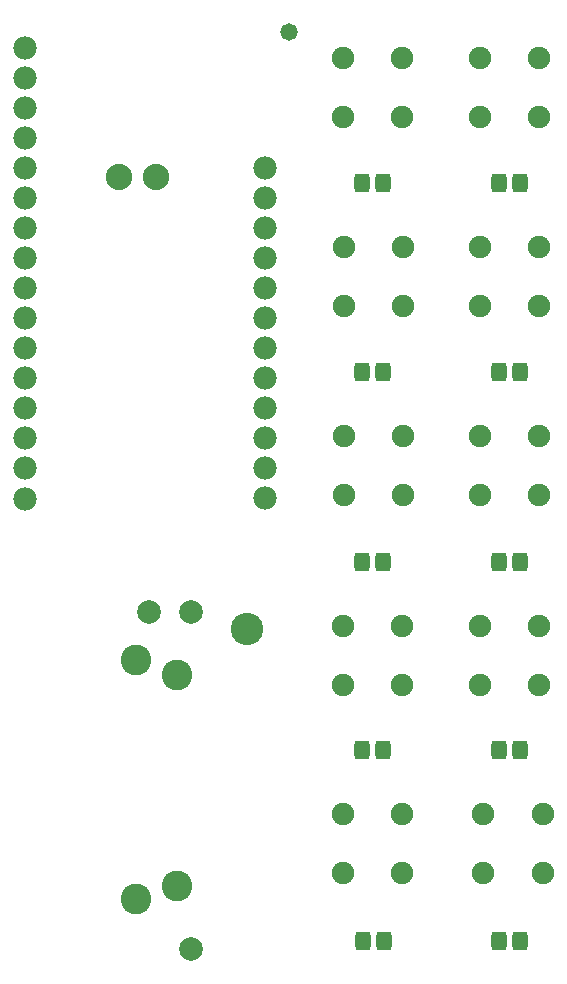
<source format=gts>
G04*
G04 #@! TF.GenerationSoftware,Altium Limited,Altium Designer,19.1.8 (144)*
G04*
G04 Layer_Color=8388736*
%FSLAX25Y25*%
%MOIN*%
G70*
G01*
G75*
G04:AMPARAMS|DCode=15|XSize=63mil|YSize=51mil|CornerRadius=11.96mil|HoleSize=0mil|Usage=FLASHONLY|Rotation=270.000|XOffset=0mil|YOffset=0mil|HoleType=Round|Shape=RoundedRectangle|*
%AMROUNDEDRECTD15*
21,1,0.06300,0.02709,0,0,270.0*
21,1,0.03909,0.05100,0,0,270.0*
1,1,0.02391,-0.01355,-0.01955*
1,1,0.02391,-0.01355,0.01955*
1,1,0.02391,0.01355,0.01955*
1,1,0.02391,0.01355,-0.01955*
%
%ADD15ROUNDEDRECTD15*%
%ADD16C,0.07493*%
%ADD17C,0.08800*%
%ADD18C,0.10249*%
%ADD19C,0.07887*%
%ADD20C,0.07800*%
%ADD21C,0.05800*%
%ADD22C,0.10800*%
D15*
X514560Y657480D02*
D03*
X521660D02*
D03*
X522054Y404724D02*
D03*
X514954D02*
D03*
X560236Y657480D02*
D03*
X567336D02*
D03*
X560236Y594488D02*
D03*
X567336D02*
D03*
X560236Y531103D02*
D03*
X567336D02*
D03*
X560236Y468504D02*
D03*
X567336D02*
D03*
X560321Y404724D02*
D03*
X567421D02*
D03*
X514560Y468504D02*
D03*
X521660D02*
D03*
X514560Y594488D02*
D03*
X521660D02*
D03*
X514560Y531103D02*
D03*
X521660D02*
D03*
D16*
X553937Y698951D02*
D03*
Y679266D02*
D03*
X573622Y698951D02*
D03*
Y679266D02*
D03*
X508366Y699016D02*
D03*
Y679331D02*
D03*
X528051Y699016D02*
D03*
Y679331D02*
D03*
X553937Y635959D02*
D03*
Y616274D02*
D03*
X573622Y635959D02*
D03*
Y616274D02*
D03*
X508563Y636024D02*
D03*
Y616338D02*
D03*
X528248Y636024D02*
D03*
Y616338D02*
D03*
X553937Y572967D02*
D03*
Y553282D02*
D03*
X573622Y572967D02*
D03*
Y553282D02*
D03*
X508465Y573032D02*
D03*
Y553346D02*
D03*
X528150Y573032D02*
D03*
Y553346D02*
D03*
X553937Y509680D02*
D03*
Y489994D02*
D03*
X573622Y509680D02*
D03*
Y489994D02*
D03*
X508366Y509744D02*
D03*
Y490059D02*
D03*
X528051Y509744D02*
D03*
Y490059D02*
D03*
X527953Y427559D02*
D03*
Y447244D02*
D03*
X508268Y427559D02*
D03*
Y447244D02*
D03*
X574803Y427494D02*
D03*
Y447180D02*
D03*
X555118Y427494D02*
D03*
Y447180D02*
D03*
D17*
X433465Y659449D02*
D03*
X446063D02*
D03*
D18*
X452953Y423228D02*
D03*
X439173Y418898D02*
D03*
Y498425D02*
D03*
X452953Y493307D02*
D03*
D19*
X457480Y514370D02*
D03*
X443701D02*
D03*
X457481Y402166D02*
D03*
D20*
X482362Y552323D02*
D03*
Y562323D02*
D03*
Y572323D02*
D03*
Y582323D02*
D03*
Y592323D02*
D03*
Y602323D02*
D03*
Y612323D02*
D03*
Y622323D02*
D03*
Y632323D02*
D03*
Y642323D02*
D03*
Y652323D02*
D03*
Y662323D02*
D03*
X402362Y702323D02*
D03*
Y692323D02*
D03*
Y682323D02*
D03*
Y672323D02*
D03*
Y662323D02*
D03*
Y652323D02*
D03*
Y642323D02*
D03*
Y632323D02*
D03*
Y622323D02*
D03*
Y612323D02*
D03*
Y602323D02*
D03*
Y592323D02*
D03*
Y582323D02*
D03*
Y572323D02*
D03*
Y562323D02*
D03*
Y552224D02*
D03*
D21*
X490158Y707677D02*
D03*
D22*
X476378Y508858D02*
D03*
M02*

</source>
